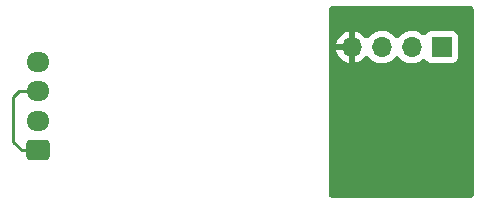
<source format=gbl>
G04 #@! TF.GenerationSoftware,KiCad,Pcbnew,7.0.2*
G04 #@! TF.CreationDate,2023-05-30T13:50:11+09:00*
G04 #@! TF.ProjectId,sync,73796e63-2e6b-4696-9361-645f70636258,rev?*
G04 #@! TF.SameCoordinates,PX3473bc0PY4c4b400*
G04 #@! TF.FileFunction,Copper,L2,Bot*
G04 #@! TF.FilePolarity,Positive*
%FSLAX46Y46*%
G04 Gerber Fmt 4.6, Leading zero omitted, Abs format (unit mm)*
G04 Created by KiCad (PCBNEW 7.0.2) date 2023-05-30 13:50:11*
%MOMM*%
%LPD*%
G01*
G04 APERTURE LIST*
G04 Aperture macros list*
%AMRoundRect*
0 Rectangle with rounded corners*
0 $1 Rounding radius*
0 $2 $3 $4 $5 $6 $7 $8 $9 X,Y pos of 4 corners*
0 Add a 4 corners polygon primitive as box body*
4,1,4,$2,$3,$4,$5,$6,$7,$8,$9,$2,$3,0*
0 Add four circle primitives for the rounded corners*
1,1,$1+$1,$2,$3*
1,1,$1+$1,$4,$5*
1,1,$1+$1,$6,$7*
1,1,$1+$1,$8,$9*
0 Add four rect primitives between the rounded corners*
20,1,$1+$1,$2,$3,$4,$5,0*
20,1,$1+$1,$4,$5,$6,$7,0*
20,1,$1+$1,$6,$7,$8,$9,0*
20,1,$1+$1,$8,$9,$2,$3,0*%
G04 Aperture macros list end*
G04 #@! TA.AperFunction,ComponentPad*
%ADD10R,1.700000X1.700000*%
G04 #@! TD*
G04 #@! TA.AperFunction,ComponentPad*
%ADD11O,1.700000X1.700000*%
G04 #@! TD*
G04 #@! TA.AperFunction,ComponentPad*
%ADD12RoundRect,0.250000X0.725000X-0.600000X0.725000X0.600000X-0.725000X0.600000X-0.725000X-0.600000X0*%
G04 #@! TD*
G04 #@! TA.AperFunction,ComponentPad*
%ADD13O,1.950000X1.700000*%
G04 #@! TD*
G04 #@! TA.AperFunction,ViaPad*
%ADD14C,0.800000*%
G04 #@! TD*
G04 #@! TA.AperFunction,Conductor*
%ADD15C,0.250000*%
G04 #@! TD*
G04 APERTURE END LIST*
D10*
X41800000Y15000000D03*
D11*
X39260000Y15000000D03*
X36720000Y15000000D03*
X34180000Y15000000D03*
D12*
X7600000Y6250000D03*
D13*
X7600000Y8750000D03*
X7600000Y11250000D03*
X7600000Y13750000D03*
D14*
X43250000Y10000000D03*
X43750000Y17750000D03*
X34250000Y10500000D03*
X43500000Y3000000D03*
X33250000Y2750000D03*
D15*
X5500000Y10750000D02*
X6000000Y11250000D01*
X5500000Y7000000D02*
X5500000Y10750000D01*
X6000000Y11250000D02*
X7600000Y11250000D01*
X6250000Y6250000D02*
X5500000Y7000000D01*
X7600000Y6250000D02*
X6250000Y6250000D01*
G04 #@! TA.AperFunction,Conductor*
G36*
X44346288Y18481046D02*
G01*
X44427070Y18427070D01*
X44481046Y18346288D01*
X44500000Y18251000D01*
X44500000Y2499000D01*
X44481046Y2403712D01*
X44427070Y2322930D01*
X44346288Y2268954D01*
X44251000Y2250000D01*
X32499000Y2250000D01*
X32403712Y2268954D01*
X32322930Y2322930D01*
X32268954Y2403712D01*
X32250000Y2499000D01*
X32250000Y14750000D01*
X32849363Y14750000D01*
X32906567Y14536514D01*
X33006400Y14322421D01*
X33141889Y14128923D01*
X33308922Y13961890D01*
X33502420Y13826401D01*
X33716508Y13726570D01*
X33930000Y13669366D01*
X33930000Y14564499D01*
X34037685Y14515320D01*
X34144237Y14500000D01*
X34215763Y14500000D01*
X34322315Y14515320D01*
X34430000Y14564499D01*
X34430000Y13669366D01*
X34643491Y13726570D01*
X34857579Y13826401D01*
X35051077Y13961890D01*
X35218109Y14128922D01*
X35238886Y14158594D01*
X35309067Y14225779D01*
X35399616Y14260993D01*
X35496748Y14258874D01*
X35585675Y14219747D01*
X35628127Y14175909D01*
X35630303Y14177912D01*
X35796759Y13997095D01*
X35974425Y13858810D01*
X36095075Y13793519D01*
X36172426Y13751658D01*
X36385365Y13678556D01*
X36607431Y13641500D01*
X36832569Y13641500D01*
X37054635Y13678556D01*
X37267574Y13751658D01*
X37465576Y13858811D01*
X37643240Y13997094D01*
X37795722Y14162732D01*
X37795721Y14162732D01*
X37806806Y14174772D01*
X37885288Y14232040D01*
X37979711Y14254915D01*
X38075701Y14239915D01*
X38158644Y14189322D01*
X38173194Y14174772D01*
X38336759Y13997095D01*
X38514425Y13858810D01*
X38635075Y13793519D01*
X38712426Y13751658D01*
X38925365Y13678556D01*
X39147431Y13641500D01*
X39372569Y13641500D01*
X39594635Y13678556D01*
X39807574Y13751658D01*
X40005576Y13858811D01*
X40138471Y13962249D01*
X40225305Y14005818D01*
X40322206Y14012841D01*
X40414418Y13982247D01*
X40487903Y13918694D01*
X40490743Y13914974D01*
X40499111Y13903796D01*
X40586739Y13786739D01*
X40703796Y13699111D01*
X40840799Y13648011D01*
X40901362Y13641500D01*
X40908034Y13641500D01*
X42691966Y13641500D01*
X42698638Y13641500D01*
X42759201Y13648011D01*
X42896204Y13699111D01*
X43013261Y13786739D01*
X43100889Y13903796D01*
X43151989Y14040799D01*
X43158500Y14101362D01*
X43158500Y15898638D01*
X43151989Y15959201D01*
X43100889Y16096204D01*
X43013261Y16213261D01*
X42896204Y16300889D01*
X42896203Y16300890D01*
X42759200Y16351990D01*
X42705276Y16357787D01*
X42705264Y16357788D01*
X42698638Y16358500D01*
X40901362Y16358500D01*
X40894736Y16357788D01*
X40894723Y16357787D01*
X40840799Y16351990D01*
X40703796Y16300890D01*
X40586738Y16213261D01*
X40490743Y16085027D01*
X40418465Y16020104D01*
X40326844Y15987782D01*
X40229828Y15992983D01*
X40142188Y16034914D01*
X40138469Y16037753D01*
X40005574Y16141191D01*
X39807578Y16248340D01*
X39807577Y16248341D01*
X39807574Y16248342D01*
X39594635Y16321444D01*
X39594634Y16321445D01*
X39594632Y16321445D01*
X39372569Y16358500D01*
X39147431Y16358500D01*
X38925367Y16321445D01*
X38865493Y16300890D01*
X38712426Y16248342D01*
X38712424Y16248342D01*
X38712421Y16248340D01*
X38514425Y16141191D01*
X38336758Y16002906D01*
X38173194Y15825229D01*
X38094712Y15767961D01*
X38000288Y15745086D01*
X37904298Y15760086D01*
X37821356Y15810679D01*
X37806806Y15825229D01*
X37643241Y16002906D01*
X37465574Y16141191D01*
X37267578Y16248340D01*
X37267577Y16248341D01*
X37267574Y16248342D01*
X37054635Y16321444D01*
X37054634Y16321445D01*
X37054632Y16321445D01*
X36832569Y16358500D01*
X36607431Y16358500D01*
X36385367Y16321445D01*
X36325493Y16300890D01*
X36172426Y16248342D01*
X36172424Y16248342D01*
X36172421Y16248340D01*
X35974425Y16141191D01*
X35796759Y16002906D01*
X35630303Y15822088D01*
X35627986Y15824221D01*
X35583309Y15778618D01*
X35493936Y15740520D01*
X35396786Y15739524D01*
X35306650Y15775782D01*
X35238889Y15841403D01*
X35218109Y15871079D01*
X35051080Y16038109D01*
X34857579Y16173600D01*
X34643486Y16273433D01*
X34430000Y16330637D01*
X34430000Y15435502D01*
X34322315Y15484680D01*
X34215763Y15500000D01*
X34144237Y15500000D01*
X34037685Y15484680D01*
X33930000Y15435502D01*
X33930000Y16330636D01*
X33929999Y16330637D01*
X33716508Y16273432D01*
X33502426Y16173603D01*
X33308923Y16038111D01*
X33141889Y15871077D01*
X33006397Y15677574D01*
X32906568Y15463492D01*
X32849363Y15250001D01*
X32849364Y15250000D01*
X33746314Y15250000D01*
X33720507Y15209844D01*
X33680000Y15071889D01*
X33680000Y14928111D01*
X33720507Y14790156D01*
X33746314Y14750000D01*
X32849363Y14750000D01*
X32250000Y14750000D01*
X32250000Y18251000D01*
X32268954Y18346288D01*
X32322930Y18427070D01*
X32403712Y18481046D01*
X32499000Y18500000D01*
X44251000Y18500000D01*
X44346288Y18481046D01*
G37*
G04 #@! TD.AperFunction*
M02*

</source>
